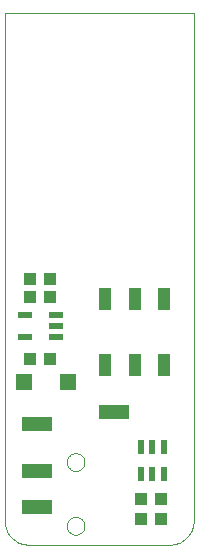
<source format=gtp>
G75*
G70*
%OFA0B0*%
%FSLAX24Y24*%
%IPPOS*%
%LPD*%
%AMOC8*
5,1,8,0,0,1.08239X$1,22.5*
%
%ADD10C,0.0000*%
%ADD11R,0.0236X0.0472*%
%ADD12R,0.0984X0.0472*%
%ADD13R,0.0433X0.0394*%
%ADD14R,0.0472X0.0217*%
%ADD15R,0.0433X0.0768*%
%ADD16R,0.0551X0.0551*%
D10*
X000160Y001700D02*
X000160Y018629D01*
X006459Y018629D01*
X006459Y001700D01*
X006457Y001646D01*
X006452Y001593D01*
X006443Y001540D01*
X006430Y001488D01*
X006414Y001436D01*
X006394Y001386D01*
X006371Y001338D01*
X006344Y001291D01*
X006315Y001246D01*
X006282Y001203D01*
X006247Y001163D01*
X006209Y001125D01*
X006169Y001090D01*
X006126Y001057D01*
X006081Y001028D01*
X006034Y001001D01*
X005986Y000978D01*
X005936Y000958D01*
X005884Y000942D01*
X005832Y000929D01*
X005779Y000920D01*
X005726Y000915D01*
X005672Y000913D01*
X005672Y000912D02*
X000947Y000912D01*
X000947Y000913D02*
X000893Y000915D01*
X000840Y000920D01*
X000787Y000929D01*
X000735Y000942D01*
X000683Y000958D01*
X000633Y000978D01*
X000585Y001001D01*
X000538Y001028D01*
X000493Y001057D01*
X000450Y001090D01*
X000410Y001125D01*
X000372Y001163D01*
X000337Y001203D01*
X000304Y001246D01*
X000275Y001291D01*
X000248Y001338D01*
X000225Y001386D01*
X000205Y001436D01*
X000189Y001488D01*
X000176Y001540D01*
X000167Y001593D01*
X000162Y001646D01*
X000160Y001700D01*
X002227Y001542D02*
X002229Y001576D01*
X002235Y001610D01*
X002245Y001643D01*
X002258Y001674D01*
X002276Y001704D01*
X002296Y001732D01*
X002320Y001757D01*
X002346Y001779D01*
X002374Y001797D01*
X002405Y001813D01*
X002437Y001825D01*
X002471Y001833D01*
X002505Y001837D01*
X002539Y001837D01*
X002573Y001833D01*
X002607Y001825D01*
X002639Y001813D01*
X002669Y001797D01*
X002698Y001779D01*
X002724Y001757D01*
X002748Y001732D01*
X002768Y001704D01*
X002786Y001674D01*
X002799Y001643D01*
X002809Y001610D01*
X002815Y001576D01*
X002817Y001542D01*
X002815Y001508D01*
X002809Y001474D01*
X002799Y001441D01*
X002786Y001410D01*
X002768Y001380D01*
X002748Y001352D01*
X002724Y001327D01*
X002698Y001305D01*
X002670Y001287D01*
X002639Y001271D01*
X002607Y001259D01*
X002573Y001251D01*
X002539Y001247D01*
X002505Y001247D01*
X002471Y001251D01*
X002437Y001259D01*
X002405Y001271D01*
X002374Y001287D01*
X002346Y001305D01*
X002320Y001327D01*
X002296Y001352D01*
X002276Y001380D01*
X002258Y001410D01*
X002245Y001441D01*
X002235Y001474D01*
X002229Y001508D01*
X002227Y001542D01*
X002227Y003668D02*
X002229Y003702D01*
X002235Y003736D01*
X002245Y003769D01*
X002258Y003800D01*
X002276Y003830D01*
X002296Y003858D01*
X002320Y003883D01*
X002346Y003905D01*
X002374Y003923D01*
X002405Y003939D01*
X002437Y003951D01*
X002471Y003959D01*
X002505Y003963D01*
X002539Y003963D01*
X002573Y003959D01*
X002607Y003951D01*
X002639Y003939D01*
X002669Y003923D01*
X002698Y003905D01*
X002724Y003883D01*
X002748Y003858D01*
X002768Y003830D01*
X002786Y003800D01*
X002799Y003769D01*
X002809Y003736D01*
X002815Y003702D01*
X002817Y003668D01*
X002815Y003634D01*
X002809Y003600D01*
X002799Y003567D01*
X002786Y003536D01*
X002768Y003506D01*
X002748Y003478D01*
X002724Y003453D01*
X002698Y003431D01*
X002670Y003413D01*
X002639Y003397D01*
X002607Y003385D01*
X002573Y003377D01*
X002539Y003373D01*
X002505Y003373D01*
X002471Y003377D01*
X002437Y003385D01*
X002405Y003397D01*
X002374Y003413D01*
X002346Y003431D01*
X002320Y003453D01*
X002296Y003478D01*
X002276Y003506D01*
X002258Y003536D01*
X002245Y003567D01*
X002235Y003600D01*
X002229Y003634D01*
X002227Y003668D01*
D11*
X004707Y003275D03*
X005081Y003275D03*
X005081Y004180D03*
X004707Y004180D03*
X005455Y004180D03*
X005455Y003275D03*
D12*
X003802Y005322D03*
X001243Y004928D03*
X001243Y003353D03*
X001243Y002172D03*
D13*
X001006Y007113D03*
X001676Y007113D03*
X001676Y009180D03*
X001676Y009771D03*
X001006Y009771D03*
X001006Y009180D03*
X004688Y002428D03*
X004688Y001759D03*
X005377Y001759D03*
X005377Y002428D03*
D14*
X001853Y007822D03*
X001853Y008196D03*
X001853Y008570D03*
X000829Y008570D03*
X000829Y007822D03*
D15*
X003506Y006897D03*
X003506Y009101D03*
X004491Y009101D03*
X004491Y006897D03*
X005475Y006897D03*
X005475Y009101D03*
D16*
X002266Y006326D03*
X000810Y006326D03*
M02*

</source>
